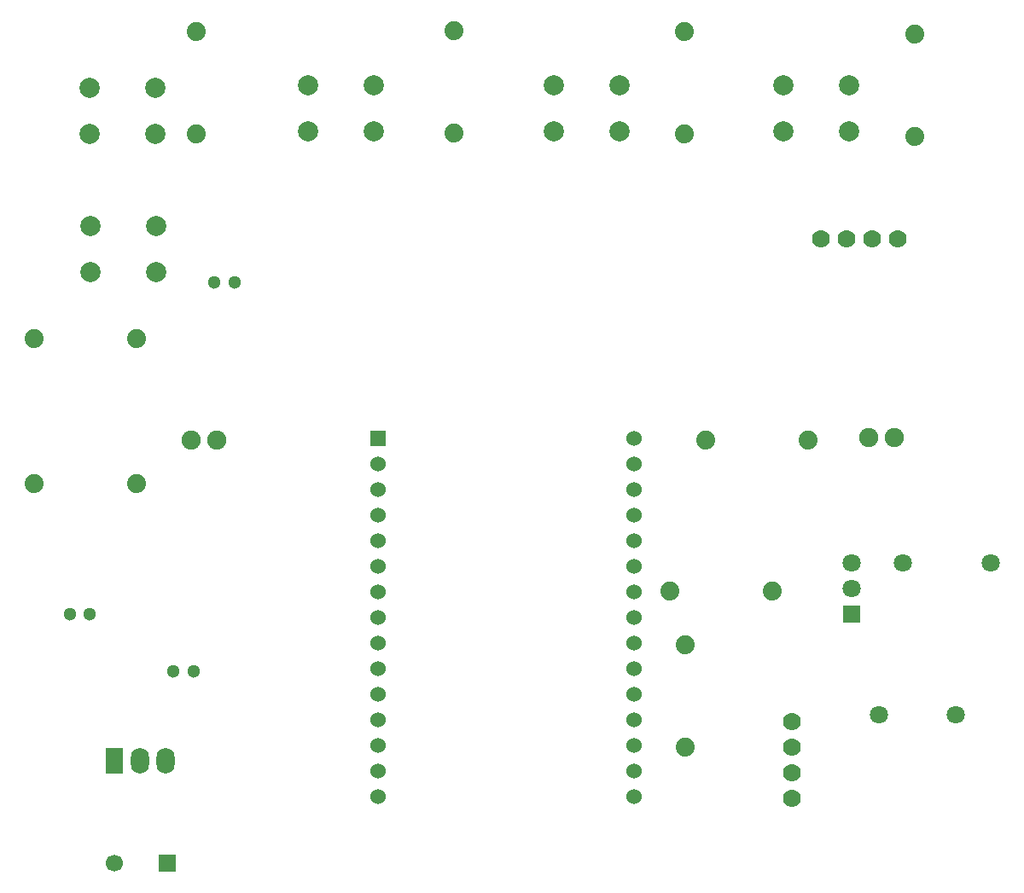
<source format=gbl>
G04 Layer: BottomLayer*
G04 EasyEDA v6.5.40, 2024-02-13 21:11:00*
G04 0db29987ae6842e5b8bd60c629fb3438,0aba9cac1add4106ad3baa3c3c759302,10*
G04 Gerber Generator version 0.2*
G04 Scale: 100 percent, Rotated: No, Reflected: No *
G04 Dimensions in millimeters *
G04 leading zeros omitted , absolute positions ,4 integer and 5 decimal *
%FSLAX45Y45*%
%MOMM*%

%ADD10C,1.3000*%
%ADD11C,1.9000*%
%ADD12C,1.8000*%
%ADD13R,1.7000X1.7000*%
%ADD14C,1.7000*%
%ADD15C,1.7780*%
%ADD16R,1.8000X1.8000*%
%ADD17C,1.8796*%
%ADD18C,2.0000*%
%ADD19R,1.5240X1.5240*%
%ADD20C,1.5240*%
%ADD21O,1.7999964X2.5999948*%
%ADD22R,1.8000X2.6000*%

%LPD*%
D10*
G01*
X2084400Y6858000D03*
G01*
X2284399Y6858000D03*
G01*
X849299Y3568700D03*
G01*
X649300Y3568700D03*
G01*
X1678000Y2997200D03*
G01*
X1877999Y2997200D03*
D11*
G01*
X8572500Y5321300D03*
G01*
X8826500Y5321300D03*
G01*
X1854200Y5295900D03*
G01*
X2108200Y5295900D03*
D12*
G01*
X9782200Y4076700D03*
G01*
X8912199Y4076700D03*
D13*
G01*
X1615439Y1092200D03*
D14*
G01*
X1087120Y1092200D03*
D15*
G01*
X8102600Y7289800D03*
G01*
X8356600Y7289800D03*
G01*
X8610600Y7289800D03*
G01*
X8864600Y7289800D03*
G01*
X7810500Y2501900D03*
G01*
X7810500Y2247900D03*
G01*
X7810500Y1993900D03*
G01*
X7810500Y1739900D03*
D12*
G01*
X9436100Y2565400D03*
G01*
X8674100Y2565400D03*
D16*
G01*
X8407400Y3568700D03*
D12*
G01*
X8407400Y3822700D03*
G01*
X8407400Y4076700D03*
D17*
G01*
X6959600Y5295900D03*
G01*
X7975600Y5295900D03*
G01*
X1308100Y6299200D03*
G01*
X292100Y6299200D03*
G01*
X292100Y4864100D03*
G01*
X1308100Y4864100D03*
G01*
X6604000Y3797300D03*
G01*
X7620000Y3797300D03*
G01*
X1905000Y8331200D03*
G01*
X1905000Y9347200D03*
G01*
X4457700Y8343900D03*
G01*
X4457700Y9359900D03*
G01*
X6743700Y8331200D03*
G01*
X6743700Y9347200D03*
G01*
X9029700Y8305800D03*
G01*
X9029700Y9321800D03*
D18*
G01*
X1506093Y6963206D03*
G01*
X856106Y6963206D03*
G01*
X856106Y7413193D03*
G01*
X1506093Y7413193D03*
G01*
X1493393Y8334806D03*
G01*
X843406Y8334806D03*
G01*
X843406Y8784793D03*
G01*
X1493393Y8784793D03*
G01*
X3665093Y8360206D03*
G01*
X3015106Y8360206D03*
G01*
X3015106Y8810193D03*
G01*
X3665093Y8810193D03*
G01*
X6103493Y8360206D03*
G01*
X5453506Y8360206D03*
G01*
X5453506Y8810193D03*
G01*
X6103493Y8810193D03*
G01*
X8376793Y8360206D03*
G01*
X7726806Y8360206D03*
G01*
X7726806Y8810193D03*
G01*
X8376793Y8810193D03*
D19*
G01*
X3708400Y5308625D03*
D20*
G01*
X3708425Y5054574D03*
G01*
X3708425Y4800574D03*
G01*
X3708425Y4546574D03*
G01*
X3708425Y4292574D03*
G01*
X3708425Y4038574D03*
G01*
X3708425Y3784574D03*
G01*
X3708425Y3530574D03*
G01*
X3708425Y3276574D03*
G01*
X3708425Y3022574D03*
G01*
X3708425Y2768574D03*
G01*
X3708425Y2514574D03*
G01*
X3708425Y2260574D03*
G01*
X3708425Y2006574D03*
G01*
X3708425Y1752574D03*
G01*
X6248425Y1752574D03*
G01*
X6248425Y2006574D03*
G01*
X6248425Y2260574D03*
G01*
X6248425Y2514574D03*
G01*
X6248425Y2768574D03*
G01*
X6248425Y3022574D03*
G01*
X6248425Y3276574D03*
G01*
X6248425Y3530574D03*
G01*
X6248425Y3784574D03*
G01*
X6248425Y4038574D03*
G01*
X6248425Y4292574D03*
G01*
X6248425Y4546574D03*
G01*
X6248425Y4800574D03*
G01*
X6248425Y5054574D03*
G01*
X6248425Y5308574D03*
D21*
G01*
X1346200Y2108682D03*
G01*
X1600225Y2107692D03*
D22*
G01*
X1092200Y2108707D03*
D17*
G01*
X6756400Y2247900D03*
G01*
X6756400Y3263900D03*
M02*

</source>
